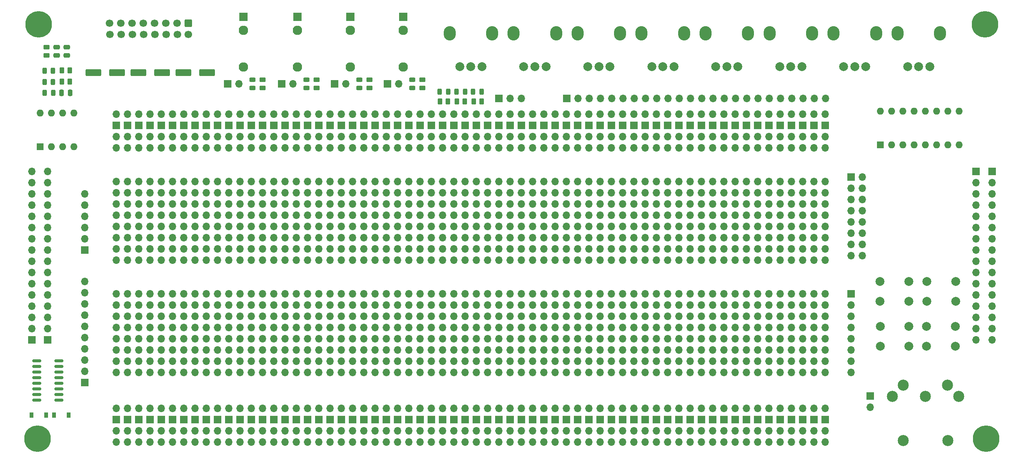
<source format=gbr>
%TF.GenerationSoftware,KiCad,Pcbnew,(6.0.0-0)*%
%TF.CreationDate,2022-11-30T22:17:17-05:00*%
%TF.ProjectId,prototype-board,70726f74-6f74-4797-9065-2d626f617264,rev?*%
%TF.SameCoordinates,Original*%
%TF.FileFunction,Soldermask,Top*%
%TF.FilePolarity,Negative*%
%FSLAX46Y46*%
G04 Gerber Fmt 4.6, Leading zero omitted, Abs format (unit mm)*
G04 Created by KiCad (PCBNEW (6.0.0-0)) date 2022-11-30 22:17:17*
%MOMM*%
%LPD*%
G01*
G04 APERTURE LIST*
G04 Aperture macros list*
%AMRoundRect*
0 Rectangle with rounded corners*
0 $1 Rounding radius*
0 $2 $3 $4 $5 $6 $7 $8 $9 X,Y pos of 4 corners*
0 Add a 4 corners polygon primitive as box body*
4,1,4,$2,$3,$4,$5,$6,$7,$8,$9,$2,$3,0*
0 Add four circle primitives for the rounded corners*
1,1,$1+$1,$2,$3*
1,1,$1+$1,$4,$5*
1,1,$1+$1,$6,$7*
1,1,$1+$1,$8,$9*
0 Add four rect primitives between the rounded corners*
20,1,$1+$1,$2,$3,$4,$5,0*
20,1,$1+$1,$4,$5,$6,$7,0*
20,1,$1+$1,$6,$7,$8,$9,0*
20,1,$1+$1,$8,$9,$2,$3,0*%
G04 Aperture macros list end*
%ADD10C,0.800000*%
%ADD11C,6.000000*%
%ADD12O,2.720000X3.240000*%
%ADD13C,2.000000*%
%ADD14R,1.600000X1.600000*%
%ADD15O,1.600000X1.600000*%
%ADD16R,1.700000X1.700000*%
%ADD17O,1.700000X1.700000*%
%ADD18C,2.499360*%
%ADD19RoundRect,0.243750X0.243750X0.456250X-0.243750X0.456250X-0.243750X-0.456250X0.243750X-0.456250X0*%
%ADD20RoundRect,0.250000X0.262500X0.450000X-0.262500X0.450000X-0.262500X-0.450000X0.262500X-0.450000X0*%
%ADD21R,1.930000X1.830000*%
%ADD22C,2.130000*%
%ADD23RoundRect,0.250000X-0.262500X-0.450000X0.262500X-0.450000X0.262500X0.450000X-0.262500X0.450000X0*%
%ADD24R,0.900000X1.200000*%
%ADD25RoundRect,0.250000X0.450000X-0.262500X0.450000X0.262500X-0.450000X0.262500X-0.450000X-0.262500X0*%
%ADD26RoundRect,0.243750X0.456250X-0.243750X0.456250X0.243750X-0.456250X0.243750X-0.456250X-0.243750X0*%
%ADD27RoundRect,0.150000X0.825000X0.150000X-0.825000X0.150000X-0.825000X-0.150000X0.825000X-0.150000X0*%
%ADD28RoundRect,0.250000X-0.600000X0.600000X-0.600000X-0.600000X0.600000X-0.600000X0.600000X0.600000X0*%
%ADD29C,1.700000*%
%ADD30RoundRect,0.250000X-0.250000X-0.475000X0.250000X-0.475000X0.250000X0.475000X-0.250000X0.475000X0*%
%ADD31RoundRect,0.250000X-1.500000X-0.550000X1.500000X-0.550000X1.500000X0.550000X-1.500000X0.550000X0*%
%ADD32RoundRect,0.250000X0.475000X-0.250000X0.475000X0.250000X-0.475000X0.250000X-0.475000X-0.250000X0*%
G04 APERTURE END LIST*
D10*
%TO.C,H4*%
X41656000Y-43216000D03*
X43246990Y-43875010D03*
X43246990Y-47056990D03*
D11*
X41656000Y-45466000D03*
D10*
X40065010Y-47056990D03*
X41656000Y-47716000D03*
X43906000Y-45466000D03*
X39406000Y-45466000D03*
X40065010Y-43875010D03*
%TD*%
D12*
%TO.C,RV2*%
X158433714Y-47501000D03*
X148833714Y-47501000D03*
D13*
X151133714Y-55001000D03*
X153633714Y-55001000D03*
X156133714Y-55001000D03*
%TD*%
D14*
%TO.C,U3*%
X41920000Y-73142000D03*
D15*
X44460000Y-73142000D03*
X47000000Y-73142000D03*
X49540000Y-73142000D03*
X49540000Y-65522000D03*
X47000000Y-65522000D03*
X44460000Y-65522000D03*
X41920000Y-65522000D03*
%TD*%
D12*
%TO.C,RV5*%
X192158856Y-47501000D03*
X201758856Y-47501000D03*
D13*
X194458856Y-55001000D03*
X196958856Y-55001000D03*
X199458856Y-55001000D03*
%TD*%
D16*
%TO.C,J13*%
X52070000Y-126492000D03*
D17*
X52070000Y-123952000D03*
X52070000Y-121412000D03*
X52070000Y-118872000D03*
X52070000Y-116332000D03*
X52070000Y-113792000D03*
X52070000Y-111252000D03*
X52070000Y-108712000D03*
X52070000Y-106172000D03*
X52070000Y-103632000D03*
%TD*%
D18*
%TO.C,J19*%
X246809260Y-139585700D03*
X236806740Y-139585700D03*
X249306080Y-129590800D03*
X241808000Y-129588260D03*
X234309920Y-129590800D03*
X246804180Y-127088900D03*
X236811820Y-127088900D03*
%TD*%
D16*
%TO.C,J9*%
X160792000Y-62205000D03*
D17*
X163332000Y-62205000D03*
X165872000Y-62205000D03*
X168412000Y-62205000D03*
X170952000Y-62205000D03*
X173492000Y-62205000D03*
X176032000Y-62205000D03*
X178572000Y-62205000D03*
X181112000Y-62205000D03*
X183652000Y-62205000D03*
X186192000Y-62205000D03*
X188732000Y-62205000D03*
X191272000Y-62205000D03*
X193812000Y-62205000D03*
X196352000Y-62205000D03*
X198892000Y-62205000D03*
X201432000Y-62205000D03*
X203972000Y-62205000D03*
X206512000Y-62205000D03*
X209052000Y-62205000D03*
X211592000Y-62205000D03*
X214132000Y-62205000D03*
X216672000Y-62205000D03*
X219212000Y-62205000D03*
%TD*%
D12*
%TO.C,RV7*%
X221042284Y-47501000D03*
X230642284Y-47501000D03*
D13*
X223342284Y-55001000D03*
X225842284Y-55001000D03*
X228342284Y-55001000D03*
%TD*%
D19*
%TO.C,D6*%
X44867000Y-58486000D03*
X42992000Y-58486000D03*
%TD*%
%TO.C,D5*%
X141575000Y-60706000D03*
X139700000Y-60706000D03*
%TD*%
D20*
%TO.C,R7*%
X134008500Y-62913500D03*
X132183500Y-62913500D03*
%TD*%
D21*
%TO.C,J2*%
X100071000Y-43750000D03*
D22*
X100071000Y-46850000D03*
X100071000Y-55150000D03*
%TD*%
D16*
%TO.C,J18*%
X256856000Y-78740000D03*
D17*
X256856000Y-81280000D03*
X256856000Y-83820000D03*
X256856000Y-86360000D03*
X256856000Y-88900000D03*
X256856000Y-91440000D03*
X256856000Y-93980000D03*
X256856000Y-96520000D03*
X256856000Y-99060000D03*
X256856000Y-101600000D03*
X256856000Y-104140000D03*
X256856000Y-106680000D03*
X256856000Y-109220000D03*
X256856000Y-111760000D03*
X256856000Y-114300000D03*
X256856000Y-116840000D03*
%TD*%
D23*
%TO.C,R9*%
X46839500Y-55880000D03*
X48664500Y-55880000D03*
%TD*%
D16*
%TO.C,J12*%
X52070000Y-96520000D03*
D17*
X52070000Y-93980000D03*
X52070000Y-91440000D03*
X52070000Y-88900000D03*
X52070000Y-86360000D03*
X52070000Y-83820000D03*
%TD*%
D23*
%TO.C,R8*%
X46839500Y-58420000D03*
X48664500Y-58420000D03*
%TD*%
D24*
%TO.C,D9*%
X45086000Y-133858000D03*
X48386000Y-133858000D03*
%TD*%
D13*
%TO.C,SW3*%
X242114000Y-103632000D03*
X248614000Y-103632000D03*
X248614000Y-108132000D03*
X242114000Y-108132000D03*
%TD*%
D16*
%TO.C,J10*%
X145542000Y-62230000D03*
D17*
X148082000Y-62230000D03*
X150622000Y-62230000D03*
%TD*%
D19*
%TO.C,D11*%
X137843500Y-60706000D03*
X135968500Y-60706000D03*
%TD*%
D25*
%TO.C,R2*%
X104394000Y-59840500D03*
X104394000Y-58015500D03*
%TD*%
D12*
%TO.C,RV3*%
X172875428Y-47501000D03*
X163275428Y-47501000D03*
D13*
X165575428Y-55001000D03*
X168075428Y-55001000D03*
X170575428Y-55001000D03*
%TD*%
D25*
%TO.C,R10*%
X43434000Y-52474500D03*
X43434000Y-50649500D03*
%TD*%
D26*
%TO.C,D4*%
X125989000Y-59865500D03*
X125989000Y-57990500D03*
%TD*%
D16*
%TO.C,J1*%
X84328000Y-58928000D03*
D17*
X86868000Y-58928000D03*
%TD*%
D16*
%TO.C,J4*%
X96515000Y-58928000D03*
D17*
X99055000Y-58928000D03*
%TD*%
D21*
%TO.C,J5*%
X112014000Y-43750000D03*
D22*
X112014000Y-46850000D03*
X112014000Y-55150000D03*
%TD*%
D10*
%TO.C,H2*%
X256860990Y-47056990D03*
X255270000Y-47716000D03*
X255270000Y-43216000D03*
X253679010Y-47056990D03*
X253679010Y-43875010D03*
X256860990Y-43875010D03*
X257520000Y-45466000D03*
X253020000Y-45466000D03*
D11*
X255270000Y-45466000D03*
%TD*%
D10*
%TO.C,H3*%
X42992990Y-137601010D03*
X39152000Y-139192000D03*
X41402000Y-141442000D03*
X39811010Y-140782990D03*
X42992990Y-140782990D03*
X43652000Y-139192000D03*
X39811010Y-137601010D03*
D11*
X41402000Y-139192000D03*
D10*
X41402000Y-136942000D03*
%TD*%
D12*
%TO.C,RV8*%
X235484000Y-47501000D03*
X245084000Y-47501000D03*
D13*
X237784000Y-55001000D03*
X240284000Y-55001000D03*
X242784000Y-55001000D03*
%TD*%
D12*
%TO.C,RV4*%
X187317142Y-47501000D03*
X177717142Y-47501000D03*
D13*
X180017142Y-55001000D03*
X182517142Y-55001000D03*
X185017142Y-55001000D03*
%TD*%
D27*
%TO.C,U4*%
X46163000Y-130429000D03*
X46163000Y-129159000D03*
X46163000Y-127889000D03*
X46163000Y-126619000D03*
X46163000Y-125349000D03*
X46163000Y-124079000D03*
X46163000Y-122809000D03*
X46163000Y-121539000D03*
X41213000Y-121539000D03*
X41213000Y-122809000D03*
X41213000Y-124079000D03*
X41213000Y-125349000D03*
X41213000Y-126619000D03*
X41213000Y-127889000D03*
X41213000Y-129159000D03*
X41213000Y-130429000D03*
%TD*%
D14*
%TO.C,SW1*%
X231623000Y-72737250D03*
D15*
X234163000Y-72737250D03*
X236703000Y-72737250D03*
X239243000Y-72737250D03*
X241783000Y-72737250D03*
X244323000Y-72737250D03*
X246863000Y-72737250D03*
X249403000Y-72737250D03*
X249403000Y-65117250D03*
X246863000Y-65117250D03*
X244323000Y-65117250D03*
X241783000Y-65117250D03*
X239243000Y-65117250D03*
X236703000Y-65117250D03*
X234163000Y-65117250D03*
X231623000Y-65117250D03*
%TD*%
D16*
%TO.C,J6*%
X108458000Y-58928000D03*
D17*
X110998000Y-58928000D03*
%TD*%
D19*
%TO.C,D7*%
X44867000Y-55946000D03*
X42992000Y-55946000D03*
%TD*%
D16*
%TO.C,J20*%
X229362000Y-129543890D03*
D17*
X229362000Y-132083890D03*
%TD*%
D24*
%TO.C,D10*%
X43306000Y-133858000D03*
X40006000Y-133858000D03*
%TD*%
D26*
%TO.C,D1*%
X89921000Y-59865500D03*
X89921000Y-57990500D03*
%TD*%
D20*
%TO.C,R6*%
X137818500Y-62913500D03*
X135993500Y-62913500D03*
%TD*%
D28*
%TO.C,U1*%
X75438000Y-45224000D03*
D29*
X75438000Y-47764000D03*
X72910000Y-47764000D03*
X72898000Y-45224000D03*
X70358000Y-45224000D03*
X70370000Y-47764000D03*
X67830000Y-47764000D03*
X67818000Y-45224000D03*
X65278000Y-45224000D03*
X65290000Y-47764000D03*
X62750000Y-47764000D03*
X62738000Y-45224000D03*
X60198000Y-45224000D03*
X60210000Y-47764000D03*
X57670000Y-47764000D03*
X57658000Y-45224000D03*
%TD*%
D19*
%TO.C,D12*%
X134033500Y-60706000D03*
X132158500Y-60706000D03*
%TD*%
D12*
%TO.C,RV1*%
X134392000Y-47501000D03*
X143992000Y-47501000D03*
D13*
X136692000Y-55001000D03*
X139192000Y-55001000D03*
X141692000Y-55001000D03*
%TD*%
%TO.C,SW5*%
X242062000Y-113792000D03*
X248562000Y-113792000D03*
X248562000Y-118292000D03*
X242062000Y-118292000D03*
%TD*%
D30*
%TO.C,C1*%
X46802000Y-60960000D03*
X48702000Y-60960000D03*
%TD*%
D31*
%TO.C,C4*%
X64114000Y-56390500D03*
X69514000Y-56390500D03*
%TD*%
D16*
%TO.C,J15*%
X43688000Y-116840000D03*
D17*
X43688000Y-114300000D03*
X43688000Y-111760000D03*
X43688000Y-109220000D03*
X43688000Y-106680000D03*
X43688000Y-104140000D03*
X43688000Y-101600000D03*
X43688000Y-99060000D03*
X43688000Y-96520000D03*
X43688000Y-93980000D03*
X43688000Y-91440000D03*
X43688000Y-88900000D03*
X43688000Y-86360000D03*
X43688000Y-83820000D03*
X43688000Y-81280000D03*
X43688000Y-78740000D03*
%TD*%
D32*
%TO.C,C3*%
X48006000Y-52512000D03*
X48006000Y-50612000D03*
%TD*%
D26*
%TO.C,D2*%
X102108000Y-59865500D03*
X102108000Y-57990500D03*
%TD*%
D25*
%TO.C,R4*%
X128275000Y-59840500D03*
X128275000Y-58015500D03*
%TD*%
D16*
%TO.C,J11*%
X225044000Y-80010000D03*
D17*
X227584000Y-80010000D03*
X225044000Y-82550000D03*
X227584000Y-82550000D03*
X225044000Y-85090000D03*
X227584000Y-85090000D03*
X225044000Y-87630000D03*
X227584000Y-87630000D03*
X225044000Y-90170000D03*
X227584000Y-90170000D03*
X225044000Y-92710000D03*
X227584000Y-92710000D03*
X225044000Y-95250000D03*
X227584000Y-95250000D03*
X225044000Y-97790000D03*
X227584000Y-97790000D03*
%TD*%
D16*
%TO.C,J16*%
X40132000Y-116840000D03*
D17*
X40132000Y-114300000D03*
X40132000Y-111760000D03*
X40132000Y-109220000D03*
X40132000Y-106680000D03*
X40132000Y-104140000D03*
X40132000Y-101600000D03*
X40132000Y-99060000D03*
X40132000Y-96520000D03*
X40132000Y-93980000D03*
X40132000Y-91440000D03*
X40132000Y-88900000D03*
X40132000Y-86360000D03*
X40132000Y-83820000D03*
X40132000Y-81280000D03*
X40132000Y-78740000D03*
%TD*%
D19*
%TO.C,D8*%
X44879500Y-60960000D03*
X43004500Y-60960000D03*
%TD*%
D16*
%TO.C,J21*%
X225044000Y-106426000D03*
D17*
X225044000Y-108966000D03*
X225044000Y-111506000D03*
X225044000Y-114046000D03*
X225044000Y-116586000D03*
X225044000Y-119126000D03*
X225044000Y-121666000D03*
X225044000Y-124206000D03*
%TD*%
D21*
%TO.C,J3*%
X87884000Y-43750000D03*
D22*
X87884000Y-46850000D03*
X87884000Y-55150000D03*
%TD*%
D25*
%TO.C,R1*%
X92207000Y-59840500D03*
X92207000Y-58015500D03*
%TD*%
D20*
%TO.C,R5*%
X141628500Y-62913500D03*
X139803500Y-62913500D03*
%TD*%
D31*
%TO.C,C6*%
X53954000Y-56390500D03*
X59354000Y-56390500D03*
%TD*%
D10*
%TO.C,H1*%
X257114990Y-137601010D03*
X255524000Y-136942000D03*
X255524000Y-141442000D03*
X253933010Y-137601010D03*
X257114990Y-140782990D03*
X253274000Y-139192000D03*
X257774000Y-139192000D03*
X253933010Y-140782990D03*
D11*
X255524000Y-139192000D03*
%TD*%
D16*
%TO.C,J17*%
X253238000Y-78740000D03*
D17*
X253238000Y-81280000D03*
X253238000Y-83820000D03*
X253238000Y-86360000D03*
X253238000Y-88900000D03*
X253238000Y-91440000D03*
X253238000Y-93980000D03*
X253238000Y-96520000D03*
X253238000Y-99060000D03*
X253238000Y-101600000D03*
X253238000Y-104140000D03*
X253238000Y-106680000D03*
X253238000Y-109220000D03*
X253238000Y-111760000D03*
X253238000Y-114300000D03*
X253238000Y-116840000D03*
%TD*%
%TO.C,REF\u002A\u002A*%
X87122000Y-132334000D03*
X137922000Y-132334000D03*
X150622000Y-65786000D03*
X170942000Y-132334000D03*
X117602000Y-132334000D03*
X216662000Y-65786000D03*
X89662000Y-65786000D03*
X178562000Y-132334000D03*
X140462000Y-65786000D03*
X196342000Y-65786000D03*
X127762000Y-65786000D03*
X198882000Y-65786000D03*
X163322000Y-132334000D03*
X193802000Y-65786000D03*
X66802000Y-132334000D03*
X155702000Y-132334000D03*
X59182000Y-132334000D03*
X97282000Y-132334000D03*
X137922000Y-65786000D03*
X160782000Y-132334000D03*
X122682000Y-132334000D03*
X203962000Y-132334000D03*
X206502000Y-132334000D03*
X125222000Y-132334000D03*
X92202000Y-132334000D03*
X87122000Y-65786000D03*
X143002000Y-65786000D03*
X59182000Y-65786000D03*
X69342000Y-132334000D03*
X155702000Y-65786000D03*
X99822000Y-65786000D03*
X173482000Y-65786000D03*
X107442000Y-65786000D03*
X125222000Y-65786000D03*
X153162000Y-65786000D03*
X165862000Y-132334000D03*
X188722000Y-132334000D03*
X104902000Y-132334000D03*
X94742000Y-65786000D03*
X71882000Y-132334000D03*
X145542000Y-132334000D03*
X71882000Y-65786000D03*
X122682000Y-65786000D03*
X112522000Y-65786000D03*
X181102000Y-65786000D03*
X102362000Y-132334000D03*
X209042000Y-132334000D03*
X163322000Y-65786000D03*
X61722000Y-65786000D03*
X150622000Y-132334000D03*
X206502000Y-65786000D03*
X109982000Y-65786000D03*
X193802000Y-132334000D03*
X94742000Y-132334000D03*
X92202000Y-65786000D03*
X120142000Y-132334000D03*
X97282000Y-65786000D03*
X176022000Y-65786000D03*
X109982000Y-132334000D03*
X173482000Y-132334000D03*
X84582000Y-132334000D03*
X135382000Y-65786000D03*
X143002000Y-132334000D03*
X130302000Y-65786000D03*
X211582000Y-65786000D03*
X153162000Y-132334000D03*
X181102000Y-132334000D03*
X115062000Y-132334000D03*
X117602000Y-65786000D03*
X61722000Y-132334000D03*
X203962000Y-65786000D03*
X66802000Y-65786000D03*
X214122000Y-65786000D03*
X69342000Y-65786000D03*
X186182000Y-132334000D03*
X148082000Y-65786000D03*
X160782000Y-65786000D03*
X209042000Y-65786000D03*
X76962000Y-65786000D03*
X158242000Y-132334000D03*
X135382000Y-132334000D03*
X168402000Y-65786000D03*
X112522000Y-132334000D03*
X104902000Y-65786000D03*
X107442000Y-132334000D03*
X76962000Y-132334000D03*
X201422000Y-65786000D03*
X140462000Y-132334000D03*
X132842000Y-132334000D03*
X120142000Y-65786000D03*
X191262000Y-65786000D03*
X148082000Y-132334000D03*
X183642000Y-132334000D03*
X74422000Y-65786000D03*
X79502000Y-132334000D03*
X216662000Y-132334000D03*
X89662000Y-132334000D03*
X132842000Y-65786000D03*
X201422000Y-132334000D03*
X165862000Y-65786000D03*
X211582000Y-132334000D03*
X82042000Y-132334000D03*
X219202000Y-132334000D03*
X158242000Y-65786000D03*
X64262000Y-65786000D03*
X102362000Y-65786000D03*
X186182000Y-65786000D03*
X170942000Y-65786000D03*
X168402000Y-132334000D03*
X196342000Y-132334000D03*
X191262000Y-132334000D03*
X84582000Y-65786000D03*
X74422000Y-132334000D03*
X115062000Y-65786000D03*
X64262000Y-132334000D03*
X176022000Y-132334000D03*
X188722000Y-65786000D03*
X178562000Y-65786000D03*
X145542000Y-65786000D03*
X183642000Y-65786000D03*
X214122000Y-132334000D03*
X130302000Y-132334000D03*
X198882000Y-132334000D03*
X79502000Y-65786000D03*
X99822000Y-132334000D03*
X219202000Y-65786000D03*
X82042000Y-65786000D03*
X127762000Y-132334000D03*
X59182000Y-93726000D03*
X59182000Y-121666000D03*
X59182000Y-83566000D03*
X59182000Y-98806000D03*
X59182000Y-81026000D03*
X59182000Y-91186000D03*
X59182000Y-88646000D03*
X59182000Y-119126000D03*
X59182000Y-124206000D03*
X59182000Y-108966000D03*
X59182000Y-106426000D03*
X59182000Y-111506000D03*
X59182000Y-114046000D03*
X59182000Y-96266000D03*
X59182000Y-86106000D03*
X59182000Y-116586000D03*
X61722000Y-93726000D03*
X61722000Y-83566000D03*
X61722000Y-88646000D03*
X61722000Y-116586000D03*
X61722000Y-81026000D03*
X61722000Y-86106000D03*
X61722000Y-91186000D03*
X61722000Y-119126000D03*
X61722000Y-106426000D03*
X61722000Y-111506000D03*
X61722000Y-96266000D03*
X61722000Y-114046000D03*
X61722000Y-124206000D03*
X61722000Y-121666000D03*
X61722000Y-108966000D03*
X61722000Y-98806000D03*
X64262000Y-81026000D03*
X64262000Y-86106000D03*
X64262000Y-116586000D03*
X64262000Y-83566000D03*
X64262000Y-114046000D03*
X64262000Y-93726000D03*
X64262000Y-108966000D03*
X64262000Y-119126000D03*
X64262000Y-121666000D03*
X64262000Y-88646000D03*
X64262000Y-96266000D03*
X64262000Y-98806000D03*
X64262000Y-111506000D03*
X64262000Y-124206000D03*
X64262000Y-106426000D03*
X64262000Y-91186000D03*
X66802000Y-124206000D03*
X66802000Y-119126000D03*
X66802000Y-93726000D03*
X66802000Y-111506000D03*
X66802000Y-108966000D03*
X66802000Y-83566000D03*
X66802000Y-114046000D03*
X66802000Y-91186000D03*
X66802000Y-81026000D03*
X66802000Y-106426000D03*
X66802000Y-98806000D03*
X66802000Y-121666000D03*
X66802000Y-86106000D03*
X66802000Y-88646000D03*
X66802000Y-96266000D03*
X66802000Y-116586000D03*
X69342000Y-96266000D03*
X69342000Y-81026000D03*
X69342000Y-124206000D03*
X69342000Y-116586000D03*
X69342000Y-91186000D03*
X69342000Y-93726000D03*
X69342000Y-106426000D03*
X69342000Y-108966000D03*
X69342000Y-121666000D03*
X69342000Y-98806000D03*
X69342000Y-88646000D03*
X69342000Y-111506000D03*
X69342000Y-83566000D03*
X69342000Y-86106000D03*
X69342000Y-114046000D03*
X69342000Y-119126000D03*
X165862000Y-139954000D03*
X74422000Y-73406000D03*
X170942000Y-73406000D03*
X61722000Y-139954000D03*
X66802000Y-73406000D03*
X71882000Y-73406000D03*
X219202000Y-73406000D03*
X112522000Y-73406000D03*
X214122000Y-139954000D03*
X127762000Y-73406000D03*
X59182000Y-73406000D03*
X99822000Y-73406000D03*
X112522000Y-139954000D03*
X107442000Y-139954000D03*
X104902000Y-73406000D03*
X104902000Y-139954000D03*
X66802000Y-139954000D03*
X64262000Y-139954000D03*
X173482000Y-73406000D03*
X99822000Y-139954000D03*
X214122000Y-73406000D03*
X168402000Y-139954000D03*
X196342000Y-139954000D03*
X127762000Y-139954000D03*
X193802000Y-139954000D03*
X132842000Y-139954000D03*
X92202000Y-73406000D03*
X155702000Y-139954000D03*
X74422000Y-139954000D03*
X122682000Y-139954000D03*
X94742000Y-139954000D03*
X188722000Y-139954000D03*
X102362000Y-73406000D03*
X203962000Y-139954000D03*
X173482000Y-139954000D03*
X183642000Y-73406000D03*
X135382000Y-73406000D03*
X158242000Y-139954000D03*
X209042000Y-139954000D03*
X140462000Y-73406000D03*
X143002000Y-73406000D03*
X130302000Y-139954000D03*
X206502000Y-139954000D03*
X107442000Y-73406000D03*
X145542000Y-73406000D03*
X82042000Y-73406000D03*
X163322000Y-139954000D03*
X79502000Y-139954000D03*
X201422000Y-139954000D03*
X120142000Y-73406000D03*
X109982000Y-73406000D03*
X145542000Y-139954000D03*
X125222000Y-73406000D03*
X158242000Y-73406000D03*
X219202000Y-139954000D03*
X115062000Y-73406000D03*
X69342000Y-73406000D03*
X120142000Y-139954000D03*
X211582000Y-139954000D03*
X178562000Y-139954000D03*
X137922000Y-73406000D03*
X211582000Y-73406000D03*
X76962000Y-73406000D03*
X191262000Y-139954000D03*
X183642000Y-139954000D03*
X186182000Y-139954000D03*
X181102000Y-139954000D03*
X117602000Y-139954000D03*
X115062000Y-139954000D03*
X97282000Y-139954000D03*
X122682000Y-73406000D03*
X89662000Y-73406000D03*
X176022000Y-139954000D03*
X69342000Y-139954000D03*
X84582000Y-139954000D03*
X168402000Y-73406000D03*
X150622000Y-139954000D03*
X148082000Y-73406000D03*
X137922000Y-139954000D03*
X155702000Y-73406000D03*
X135382000Y-139954000D03*
X125222000Y-139954000D03*
X150622000Y-73406000D03*
X71882000Y-139954000D03*
X64262000Y-73406000D03*
X163322000Y-73406000D03*
X59182000Y-139954000D03*
X82042000Y-139954000D03*
X130302000Y-73406000D03*
X89662000Y-139954000D03*
X160782000Y-73406000D03*
X109982000Y-139954000D03*
X76962000Y-139954000D03*
X203962000Y-73406000D03*
X148082000Y-139954000D03*
X216662000Y-139954000D03*
X140462000Y-139954000D03*
X153162000Y-139954000D03*
X216662000Y-73406000D03*
X87122000Y-139954000D03*
X170942000Y-139954000D03*
X84582000Y-73406000D03*
X181102000Y-73406000D03*
X153162000Y-73406000D03*
X186182000Y-73406000D03*
X61722000Y-73406000D03*
X79502000Y-73406000D03*
X198882000Y-73406000D03*
X206502000Y-73406000D03*
X92202000Y-139954000D03*
X191262000Y-73406000D03*
X176022000Y-73406000D03*
X102362000Y-139954000D03*
X188722000Y-73406000D03*
X87122000Y-73406000D03*
X178562000Y-73406000D03*
X97282000Y-73406000D03*
X198882000Y-139954000D03*
X143002000Y-139954000D03*
X160782000Y-139954000D03*
X209042000Y-73406000D03*
X193802000Y-73406000D03*
X94742000Y-73406000D03*
X165862000Y-73406000D03*
X196342000Y-73406000D03*
X117602000Y-73406000D03*
X132842000Y-73406000D03*
X201422000Y-73406000D03*
X71882000Y-96266000D03*
X71882000Y-106426000D03*
X71882000Y-111506000D03*
X71882000Y-83566000D03*
X71882000Y-114046000D03*
X71882000Y-93726000D03*
X71882000Y-121666000D03*
X71882000Y-91186000D03*
X71882000Y-119126000D03*
X71882000Y-86106000D03*
X71882000Y-108966000D03*
X71882000Y-88646000D03*
X71882000Y-116586000D03*
X71882000Y-81026000D03*
X71882000Y-124206000D03*
X71882000Y-98806000D03*
X74422000Y-124206000D03*
X74422000Y-108966000D03*
X74422000Y-93726000D03*
X74422000Y-83566000D03*
X74422000Y-98806000D03*
X74422000Y-119126000D03*
X74422000Y-91186000D03*
X74422000Y-81026000D03*
X74422000Y-86106000D03*
X74422000Y-111506000D03*
X74422000Y-88646000D03*
X74422000Y-114046000D03*
X74422000Y-96266000D03*
X74422000Y-116586000D03*
X74422000Y-121666000D03*
X74422000Y-106426000D03*
X76962000Y-93726000D03*
X76962000Y-86106000D03*
X76962000Y-108966000D03*
X76962000Y-106426000D03*
X76962000Y-121666000D03*
X76962000Y-124206000D03*
X76962000Y-114046000D03*
X76962000Y-98806000D03*
X76962000Y-81026000D03*
X76962000Y-96266000D03*
X76962000Y-116586000D03*
X76962000Y-83566000D03*
X76962000Y-111506000D03*
X76962000Y-119126000D03*
X76962000Y-88646000D03*
X76962000Y-91186000D03*
X79502000Y-114046000D03*
X79502000Y-116586000D03*
X79502000Y-91186000D03*
X79502000Y-98806000D03*
X79502000Y-86106000D03*
X79502000Y-111506000D03*
X79502000Y-81026000D03*
X79502000Y-108966000D03*
X79502000Y-83566000D03*
X79502000Y-88646000D03*
X79502000Y-119126000D03*
X79502000Y-121666000D03*
X79502000Y-93726000D03*
X79502000Y-124206000D03*
X79502000Y-106426000D03*
X79502000Y-96266000D03*
X82042000Y-106426000D03*
X82042000Y-88646000D03*
X82042000Y-119126000D03*
X82042000Y-81026000D03*
X82042000Y-124206000D03*
X82042000Y-114046000D03*
X82042000Y-111506000D03*
X82042000Y-98806000D03*
X82042000Y-83566000D03*
X82042000Y-93726000D03*
X82042000Y-108966000D03*
X82042000Y-96266000D03*
X82042000Y-121666000D03*
X82042000Y-91186000D03*
X82042000Y-86106000D03*
X82042000Y-116586000D03*
X84582000Y-111506000D03*
X84582000Y-88646000D03*
X84582000Y-81026000D03*
X84582000Y-98806000D03*
X84582000Y-121666000D03*
X84582000Y-86106000D03*
X84582000Y-106426000D03*
X84582000Y-119126000D03*
X84582000Y-93726000D03*
X84582000Y-83566000D03*
X84582000Y-124206000D03*
X84582000Y-116586000D03*
X84582000Y-114046000D03*
X84582000Y-96266000D03*
X84582000Y-91186000D03*
X84582000Y-108966000D03*
X87122000Y-96266000D03*
X87122000Y-91186000D03*
X87122000Y-83566000D03*
X87122000Y-98806000D03*
X87122000Y-106426000D03*
X87122000Y-116586000D03*
X87122000Y-108966000D03*
X87122000Y-81026000D03*
X87122000Y-111506000D03*
X87122000Y-86106000D03*
X87122000Y-114046000D03*
X87122000Y-119126000D03*
X87122000Y-121666000D03*
X87122000Y-124206000D03*
X87122000Y-88646000D03*
X87122000Y-93726000D03*
X211582000Y-137414000D03*
X64262000Y-137414000D03*
X117602000Y-137414000D03*
X109982000Y-70866000D03*
X104902000Y-70866000D03*
X107442000Y-137414000D03*
X99822000Y-70866000D03*
X214122000Y-70866000D03*
X117602000Y-70866000D03*
X186182000Y-137414000D03*
X170942000Y-70866000D03*
X115062000Y-137414000D03*
X94742000Y-137414000D03*
X143002000Y-70866000D03*
X127762000Y-137414000D03*
X181102000Y-70866000D03*
X137922000Y-70866000D03*
X188722000Y-70866000D03*
X92202000Y-137414000D03*
X150622000Y-137414000D03*
X153162000Y-70866000D03*
X59182000Y-70866000D03*
X168402000Y-70866000D03*
X69342000Y-70866000D03*
X102362000Y-137414000D03*
X181102000Y-137414000D03*
X163322000Y-70866000D03*
X120142000Y-137414000D03*
X79502000Y-70866000D03*
X160782000Y-70866000D03*
X122682000Y-137414000D03*
X191262000Y-70866000D03*
X71882000Y-137414000D03*
X92202000Y-70866000D03*
X193802000Y-137414000D03*
X155702000Y-137414000D03*
X183642000Y-137414000D03*
X153162000Y-137414000D03*
X97282000Y-137414000D03*
X112522000Y-70866000D03*
X66802000Y-137414000D03*
X82042000Y-70866000D03*
X74422000Y-70866000D03*
X61722000Y-137414000D03*
X143002000Y-137414000D03*
X87122000Y-137414000D03*
X87122000Y-70866000D03*
X203962000Y-137414000D03*
X115062000Y-70866000D03*
X112522000Y-137414000D03*
X84582000Y-70866000D03*
X219202000Y-70866000D03*
X206502000Y-70866000D03*
X94742000Y-70866000D03*
X122682000Y-70866000D03*
X188722000Y-137414000D03*
X120142000Y-70866000D03*
X125222000Y-70866000D03*
X173482000Y-70866000D03*
X201422000Y-137414000D03*
X104902000Y-137414000D03*
X201422000Y-70866000D03*
X196342000Y-137414000D03*
X219202000Y-137414000D03*
X216662000Y-137414000D03*
X198882000Y-70866000D03*
X148082000Y-137414000D03*
X135382000Y-70866000D03*
X211582000Y-70866000D03*
X102362000Y-70866000D03*
X214122000Y-137414000D03*
X130302000Y-137414000D03*
X183642000Y-70866000D03*
X209042000Y-70866000D03*
X97282000Y-70866000D03*
X150622000Y-70866000D03*
X163322000Y-137414000D03*
X64262000Y-70866000D03*
X89662000Y-70866000D03*
X176022000Y-70866000D03*
X145542000Y-70866000D03*
X109982000Y-137414000D03*
X203962000Y-70866000D03*
X165862000Y-70866000D03*
X206502000Y-137414000D03*
X155702000Y-70866000D03*
X170942000Y-137414000D03*
X196342000Y-70866000D03*
X193802000Y-70866000D03*
X127762000Y-70866000D03*
X84582000Y-137414000D03*
X216662000Y-70866000D03*
X132842000Y-70866000D03*
X176022000Y-137414000D03*
X82042000Y-137414000D03*
X209042000Y-137414000D03*
X168402000Y-137414000D03*
X186182000Y-70866000D03*
X137922000Y-137414000D03*
X125222000Y-137414000D03*
X59182000Y-137414000D03*
X107442000Y-70866000D03*
X160782000Y-137414000D03*
X178562000Y-137414000D03*
X130302000Y-70866000D03*
X71882000Y-70866000D03*
X69342000Y-137414000D03*
X178562000Y-70866000D03*
X140462000Y-137414000D03*
X61722000Y-70866000D03*
X158242000Y-137414000D03*
X173482000Y-137414000D03*
X89662000Y-137414000D03*
X132842000Y-137414000D03*
X99822000Y-137414000D03*
X165862000Y-137414000D03*
X145542000Y-137414000D03*
X140462000Y-70866000D03*
X74422000Y-137414000D03*
X76962000Y-70866000D03*
X198882000Y-137414000D03*
X79502000Y-137414000D03*
X148082000Y-70866000D03*
X135382000Y-137414000D03*
X66802000Y-70866000D03*
X76962000Y-137414000D03*
X191262000Y-137414000D03*
X158242000Y-70866000D03*
X89662000Y-91186000D03*
X89662000Y-124206000D03*
X89662000Y-81026000D03*
X89662000Y-86106000D03*
X89662000Y-83566000D03*
X89662000Y-93726000D03*
X89662000Y-106426000D03*
X89662000Y-111506000D03*
X89662000Y-108966000D03*
X89662000Y-88646000D03*
X89662000Y-119126000D03*
X89662000Y-96266000D03*
X89662000Y-98806000D03*
X89662000Y-116586000D03*
X89662000Y-114046000D03*
X89662000Y-121666000D03*
X92202000Y-83566000D03*
X92202000Y-124206000D03*
X92202000Y-111506000D03*
X92202000Y-96266000D03*
X92202000Y-116586000D03*
X92202000Y-93726000D03*
X92202000Y-86106000D03*
X92202000Y-81026000D03*
X92202000Y-98806000D03*
X92202000Y-88646000D03*
X92202000Y-119126000D03*
X92202000Y-114046000D03*
X92202000Y-91186000D03*
X92202000Y-106426000D03*
X92202000Y-121666000D03*
X92202000Y-108966000D03*
X94742000Y-91186000D03*
X94742000Y-81026000D03*
X94742000Y-108966000D03*
X94742000Y-106426000D03*
X94742000Y-88646000D03*
X94742000Y-114046000D03*
X94742000Y-124206000D03*
X94742000Y-111506000D03*
X94742000Y-121666000D03*
X94742000Y-116586000D03*
X94742000Y-86106000D03*
X94742000Y-119126000D03*
X94742000Y-98806000D03*
X94742000Y-96266000D03*
X94742000Y-93726000D03*
X94742000Y-83566000D03*
X97282000Y-93726000D03*
X97282000Y-96266000D03*
X97282000Y-88646000D03*
X97282000Y-91186000D03*
X97282000Y-121666000D03*
X97282000Y-111506000D03*
X97282000Y-119126000D03*
X97282000Y-124206000D03*
X97282000Y-83566000D03*
X97282000Y-86106000D03*
X97282000Y-106426000D03*
X97282000Y-108966000D03*
X97282000Y-98806000D03*
X97282000Y-116586000D03*
X97282000Y-81026000D03*
X97282000Y-114046000D03*
X99822000Y-93726000D03*
X99822000Y-98806000D03*
X99822000Y-96266000D03*
X99822000Y-121666000D03*
X99822000Y-86106000D03*
X99822000Y-124206000D03*
X99822000Y-81026000D03*
X99822000Y-83566000D03*
X99822000Y-111506000D03*
X99822000Y-116586000D03*
X99822000Y-114046000D03*
X99822000Y-108966000D03*
X99822000Y-106426000D03*
X99822000Y-119126000D03*
X99822000Y-91186000D03*
X99822000Y-88646000D03*
X102362000Y-111506000D03*
X102362000Y-98806000D03*
X102362000Y-83566000D03*
X102362000Y-119126000D03*
X102362000Y-121666000D03*
X102362000Y-93726000D03*
X102362000Y-91186000D03*
X102362000Y-86106000D03*
X102362000Y-106426000D03*
X102362000Y-88646000D03*
X102362000Y-116586000D03*
X102362000Y-114046000D03*
X102362000Y-108966000D03*
X102362000Y-96266000D03*
X102362000Y-124206000D03*
X102362000Y-81026000D03*
X104902000Y-83566000D03*
X104902000Y-91186000D03*
X104902000Y-111506000D03*
X104902000Y-124206000D03*
X104902000Y-86106000D03*
X104902000Y-96266000D03*
X104902000Y-98806000D03*
X104902000Y-114046000D03*
X104902000Y-108966000D03*
X104902000Y-119126000D03*
X104902000Y-81026000D03*
X104902000Y-116586000D03*
X104902000Y-106426000D03*
X104902000Y-93726000D03*
X104902000Y-121666000D03*
X104902000Y-88646000D03*
X107442000Y-98806000D03*
X107442000Y-81026000D03*
X107442000Y-111506000D03*
X107442000Y-106426000D03*
X107442000Y-86106000D03*
X107442000Y-88646000D03*
X107442000Y-119126000D03*
X107442000Y-108966000D03*
X107442000Y-93726000D03*
X107442000Y-91186000D03*
X107442000Y-121666000D03*
X107442000Y-124206000D03*
X107442000Y-116586000D03*
X107442000Y-114046000D03*
X107442000Y-83566000D03*
X107442000Y-96266000D03*
X109982000Y-106426000D03*
X109982000Y-119126000D03*
X109982000Y-111506000D03*
X109982000Y-121666000D03*
X109982000Y-124206000D03*
X109982000Y-96266000D03*
X109982000Y-108966000D03*
X109982000Y-98806000D03*
X109982000Y-81026000D03*
X109982000Y-88646000D03*
X109982000Y-83566000D03*
X109982000Y-114046000D03*
X109982000Y-91186000D03*
X109982000Y-93726000D03*
X109982000Y-86106000D03*
X109982000Y-116586000D03*
X112522000Y-93726000D03*
X112522000Y-96266000D03*
X112522000Y-98806000D03*
X112522000Y-121666000D03*
X112522000Y-111506000D03*
X112522000Y-124206000D03*
X112522000Y-116586000D03*
X112522000Y-91186000D03*
X112522000Y-86106000D03*
X112522000Y-114046000D03*
X112522000Y-81026000D03*
X112522000Y-108966000D03*
X112522000Y-88646000D03*
X112522000Y-119126000D03*
X112522000Y-83566000D03*
X112522000Y-106426000D03*
X115062000Y-98806000D03*
X115062000Y-83566000D03*
X115062000Y-119126000D03*
X115062000Y-81026000D03*
X115062000Y-111506000D03*
X115062000Y-108966000D03*
X115062000Y-114046000D03*
X115062000Y-96266000D03*
X115062000Y-93726000D03*
X115062000Y-121666000D03*
X115062000Y-116586000D03*
X115062000Y-91186000D03*
X115062000Y-88646000D03*
X115062000Y-106426000D03*
X115062000Y-86106000D03*
X115062000Y-124206000D03*
X117602000Y-121666000D03*
X117602000Y-88646000D03*
X117602000Y-83566000D03*
X117602000Y-96266000D03*
X117602000Y-86106000D03*
X117602000Y-98806000D03*
X117602000Y-124206000D03*
X117602000Y-81026000D03*
X117602000Y-119126000D03*
X117602000Y-111506000D03*
X117602000Y-106426000D03*
X117602000Y-91186000D03*
X117602000Y-116586000D03*
X117602000Y-93726000D03*
X117602000Y-114046000D03*
X117602000Y-108966000D03*
X120142000Y-98806000D03*
X120142000Y-91186000D03*
X120142000Y-121666000D03*
X120142000Y-106426000D03*
X120142000Y-93726000D03*
X120142000Y-111506000D03*
X120142000Y-88646000D03*
X120142000Y-83566000D03*
X120142000Y-81026000D03*
X120142000Y-108966000D03*
X120142000Y-96266000D03*
X120142000Y-116586000D03*
X120142000Y-124206000D03*
X120142000Y-119126000D03*
X120142000Y-86106000D03*
X120142000Y-114046000D03*
X122682000Y-114046000D03*
X122682000Y-116586000D03*
X122682000Y-96266000D03*
X122682000Y-88646000D03*
X122682000Y-119126000D03*
X122682000Y-121666000D03*
X122682000Y-91186000D03*
X122682000Y-93726000D03*
X122682000Y-124206000D03*
X122682000Y-83566000D03*
X122682000Y-98806000D03*
X122682000Y-106426000D03*
X122682000Y-111506000D03*
X122682000Y-108966000D03*
X122682000Y-81026000D03*
X122682000Y-86106000D03*
X125222000Y-108966000D03*
X125222000Y-124206000D03*
X125222000Y-93726000D03*
X125222000Y-106426000D03*
X125222000Y-98806000D03*
X125222000Y-121666000D03*
X125222000Y-91186000D03*
X125222000Y-88646000D03*
X125222000Y-86106000D03*
X125222000Y-116586000D03*
X125222000Y-83566000D03*
X125222000Y-114046000D03*
X125222000Y-111506000D03*
X125222000Y-119126000D03*
X125222000Y-96266000D03*
X125222000Y-81026000D03*
X127762000Y-119126000D03*
X127762000Y-83566000D03*
X127762000Y-93726000D03*
X127762000Y-108966000D03*
X127762000Y-111506000D03*
X127762000Y-124206000D03*
X127762000Y-116586000D03*
X127762000Y-98806000D03*
X127762000Y-88646000D03*
X127762000Y-96266000D03*
X127762000Y-121666000D03*
X127762000Y-114046000D03*
X127762000Y-106426000D03*
X127762000Y-81026000D03*
X127762000Y-86106000D03*
X127762000Y-91186000D03*
X130302000Y-91186000D03*
X130302000Y-119126000D03*
X130302000Y-93726000D03*
X130302000Y-81026000D03*
X130302000Y-98806000D03*
X130302000Y-111506000D03*
X130302000Y-114046000D03*
X130302000Y-121666000D03*
X130302000Y-86106000D03*
X130302000Y-108966000D03*
X130302000Y-116586000D03*
X130302000Y-96266000D03*
X130302000Y-88646000D03*
X130302000Y-124206000D03*
X130302000Y-106426000D03*
X130302000Y-83566000D03*
X132842000Y-114046000D03*
X132842000Y-96266000D03*
X132842000Y-124206000D03*
X132842000Y-88646000D03*
X132842000Y-121666000D03*
X132842000Y-108966000D03*
X132842000Y-91186000D03*
X132842000Y-119126000D03*
X132842000Y-81026000D03*
X132842000Y-83566000D03*
X132842000Y-86106000D03*
X132842000Y-98806000D03*
X132842000Y-111506000D03*
X132842000Y-116586000D03*
X132842000Y-106426000D03*
X132842000Y-93726000D03*
X135382000Y-111506000D03*
X135382000Y-88646000D03*
X135382000Y-83566000D03*
X135382000Y-121666000D03*
X135382000Y-106426000D03*
X135382000Y-91186000D03*
X135382000Y-98806000D03*
X135382000Y-86106000D03*
X135382000Y-116586000D03*
X135382000Y-119126000D03*
X135382000Y-108966000D03*
X135382000Y-114046000D03*
X135382000Y-124206000D03*
X135382000Y-81026000D03*
X135382000Y-93726000D03*
X135382000Y-96266000D03*
X137922000Y-81026000D03*
X137922000Y-93726000D03*
X137922000Y-119126000D03*
X137922000Y-114046000D03*
X137922000Y-88646000D03*
X137922000Y-96266000D03*
X137922000Y-116586000D03*
X137922000Y-98806000D03*
X137922000Y-111506000D03*
X137922000Y-121666000D03*
X137922000Y-91186000D03*
X137922000Y-124206000D03*
X137922000Y-83566000D03*
X137922000Y-108966000D03*
X137922000Y-86106000D03*
X137922000Y-106426000D03*
X140462000Y-81026000D03*
X140462000Y-96266000D03*
X140462000Y-114046000D03*
X140462000Y-121666000D03*
X140462000Y-86106000D03*
X140462000Y-88646000D03*
X140462000Y-108966000D03*
X140462000Y-119126000D03*
X140462000Y-93726000D03*
X140462000Y-98806000D03*
X140462000Y-124206000D03*
X140462000Y-116586000D03*
X140462000Y-91186000D03*
X140462000Y-106426000D03*
X140462000Y-111506000D03*
X140462000Y-83566000D03*
X143002000Y-121666000D03*
X143002000Y-111506000D03*
X143002000Y-86106000D03*
X143002000Y-83566000D03*
X143002000Y-93726000D03*
X143002000Y-119126000D03*
X143002000Y-96266000D03*
X143002000Y-116586000D03*
X143002000Y-114046000D03*
X143002000Y-124206000D03*
X143002000Y-108966000D03*
X143002000Y-91186000D03*
X143002000Y-88646000D03*
X143002000Y-98806000D03*
X143002000Y-106426000D03*
X143002000Y-81026000D03*
X145542000Y-91186000D03*
X145542000Y-88646000D03*
X145542000Y-121666000D03*
X145542000Y-119126000D03*
X145542000Y-106426000D03*
X145542000Y-83566000D03*
X145542000Y-86106000D03*
X145542000Y-96266000D03*
X145542000Y-93726000D03*
X145542000Y-124206000D03*
X145542000Y-116586000D03*
X145542000Y-98806000D03*
X145542000Y-81026000D03*
X145542000Y-111506000D03*
X145542000Y-114046000D03*
X145542000Y-108966000D03*
X148082000Y-86106000D03*
X148082000Y-121666000D03*
X148082000Y-81026000D03*
X148082000Y-91186000D03*
X148082000Y-96266000D03*
X148082000Y-98806000D03*
X148082000Y-116586000D03*
X148082000Y-83566000D03*
X148082000Y-88646000D03*
X148082000Y-106426000D03*
X148082000Y-124206000D03*
X148082000Y-93726000D03*
X148082000Y-114046000D03*
X148082000Y-108966000D03*
X148082000Y-111506000D03*
X148082000Y-119126000D03*
X150622000Y-111506000D03*
X150622000Y-114046000D03*
X150622000Y-83566000D03*
X150622000Y-81026000D03*
X150622000Y-91186000D03*
X150622000Y-88646000D03*
X150622000Y-96266000D03*
X150622000Y-121666000D03*
X150622000Y-106426000D03*
X150622000Y-119126000D03*
X150622000Y-124206000D03*
X150622000Y-93726000D03*
X150622000Y-116586000D03*
X150622000Y-86106000D03*
X150622000Y-108966000D03*
X150622000Y-98806000D03*
X153162000Y-83566000D03*
X153162000Y-91186000D03*
X153162000Y-88646000D03*
X153162000Y-114046000D03*
X153162000Y-98806000D03*
X153162000Y-119126000D03*
X153162000Y-111506000D03*
X153162000Y-108966000D03*
X153162000Y-93726000D03*
X153162000Y-86106000D03*
X153162000Y-81026000D03*
X153162000Y-121666000D03*
X153162000Y-116586000D03*
X153162000Y-96266000D03*
X153162000Y-106426000D03*
X153162000Y-124206000D03*
X155702000Y-124206000D03*
X155702000Y-81026000D03*
X155702000Y-111506000D03*
X155702000Y-88646000D03*
X155702000Y-106426000D03*
X155702000Y-108966000D03*
X155702000Y-96266000D03*
X155702000Y-114046000D03*
X155702000Y-98806000D03*
X155702000Y-93726000D03*
X155702000Y-119126000D03*
X155702000Y-116586000D03*
X155702000Y-91186000D03*
X155702000Y-86106000D03*
X155702000Y-83566000D03*
X155702000Y-121666000D03*
X158242000Y-81026000D03*
X158242000Y-124206000D03*
X158242000Y-114046000D03*
X158242000Y-106426000D03*
X158242000Y-108966000D03*
X158242000Y-98806000D03*
X158242000Y-86106000D03*
X158242000Y-88646000D03*
X158242000Y-96266000D03*
X158242000Y-121666000D03*
X158242000Y-83566000D03*
X158242000Y-91186000D03*
X158242000Y-119126000D03*
X158242000Y-116586000D03*
X158242000Y-111506000D03*
X158242000Y-93726000D03*
X160782000Y-81026000D03*
X160782000Y-88646000D03*
X160782000Y-114046000D03*
X160782000Y-119126000D03*
X160782000Y-86106000D03*
X160782000Y-121666000D03*
X160782000Y-111506000D03*
X160782000Y-83566000D03*
X160782000Y-98806000D03*
X160782000Y-96266000D03*
X160782000Y-124206000D03*
X160782000Y-108966000D03*
X160782000Y-106426000D03*
X160782000Y-93726000D03*
X160782000Y-91186000D03*
X160782000Y-116586000D03*
X163322000Y-91186000D03*
X163322000Y-81026000D03*
X163322000Y-121666000D03*
X163322000Y-124206000D03*
X163322000Y-88646000D03*
X163322000Y-114046000D03*
X163322000Y-98806000D03*
X163322000Y-96266000D03*
X163322000Y-93726000D03*
X163322000Y-83566000D03*
X163322000Y-108966000D03*
X163322000Y-86106000D03*
X163322000Y-119126000D03*
X163322000Y-116586000D03*
X163322000Y-111506000D03*
X163322000Y-106426000D03*
X165862000Y-114046000D03*
X165862000Y-111506000D03*
X165862000Y-116586000D03*
X165862000Y-91186000D03*
X165862000Y-93726000D03*
X165862000Y-108966000D03*
X165862000Y-119126000D03*
X165862000Y-83566000D03*
X165862000Y-88646000D03*
X165862000Y-86106000D03*
X165862000Y-121666000D03*
X165862000Y-106426000D03*
X165862000Y-96266000D03*
X165862000Y-98806000D03*
X165862000Y-124206000D03*
X165862000Y-81026000D03*
X168402000Y-98806000D03*
X168402000Y-86106000D03*
X168402000Y-91186000D03*
X168402000Y-106426000D03*
X168402000Y-114046000D03*
X168402000Y-111506000D03*
X168402000Y-81026000D03*
X168402000Y-96266000D03*
X168402000Y-124206000D03*
X168402000Y-88646000D03*
X168402000Y-108966000D03*
X168402000Y-119126000D03*
X168402000Y-93726000D03*
X168402000Y-83566000D03*
X168402000Y-121666000D03*
X168402000Y-116586000D03*
X170942000Y-106426000D03*
X170942000Y-96266000D03*
X170942000Y-86106000D03*
X170942000Y-124206000D03*
X170942000Y-114046000D03*
X170942000Y-116586000D03*
X170942000Y-119126000D03*
X170942000Y-93726000D03*
X170942000Y-121666000D03*
X170942000Y-88646000D03*
X170942000Y-111506000D03*
X170942000Y-91186000D03*
X170942000Y-83566000D03*
X170942000Y-108966000D03*
X170942000Y-81026000D03*
X170942000Y-98806000D03*
X173482000Y-116586000D03*
X173482000Y-81026000D03*
X173482000Y-106426000D03*
X173482000Y-96266000D03*
X173482000Y-111506000D03*
X173482000Y-83566000D03*
X173482000Y-91186000D03*
X173482000Y-108966000D03*
X173482000Y-119126000D03*
X173482000Y-124206000D03*
X173482000Y-114046000D03*
X173482000Y-86106000D03*
X173482000Y-121666000D03*
X173482000Y-98806000D03*
X173482000Y-88646000D03*
X173482000Y-93726000D03*
X176022000Y-108966000D03*
X176022000Y-96266000D03*
X176022000Y-81026000D03*
X176022000Y-116586000D03*
X176022000Y-86106000D03*
X176022000Y-114046000D03*
X176022000Y-88646000D03*
X176022000Y-121666000D03*
X176022000Y-93726000D03*
X176022000Y-124206000D03*
X176022000Y-119126000D03*
X176022000Y-106426000D03*
X176022000Y-98806000D03*
X176022000Y-111506000D03*
X176022000Y-83566000D03*
X176022000Y-91186000D03*
X178562000Y-108966000D03*
X178562000Y-91186000D03*
X178562000Y-121666000D03*
X178562000Y-96266000D03*
X178562000Y-88646000D03*
X178562000Y-81026000D03*
X178562000Y-83566000D03*
X178562000Y-114046000D03*
X178562000Y-124206000D03*
X178562000Y-106426000D03*
X178562000Y-116586000D03*
X178562000Y-86106000D03*
X178562000Y-119126000D03*
X178562000Y-98806000D03*
X178562000Y-93726000D03*
X178562000Y-111506000D03*
X181102000Y-88646000D03*
X181102000Y-116586000D03*
X181102000Y-93726000D03*
X181102000Y-81026000D03*
X181102000Y-106426000D03*
X181102000Y-124206000D03*
X181102000Y-86106000D03*
X181102000Y-114046000D03*
X181102000Y-108966000D03*
X181102000Y-111506000D03*
X181102000Y-98806000D03*
X181102000Y-121666000D03*
X181102000Y-83566000D03*
X181102000Y-96266000D03*
X181102000Y-91186000D03*
X181102000Y-119126000D03*
X183642000Y-106426000D03*
X183642000Y-81026000D03*
X183642000Y-119126000D03*
X183642000Y-86106000D03*
X183642000Y-88646000D03*
X183642000Y-124206000D03*
X183642000Y-114046000D03*
X183642000Y-111506000D03*
X183642000Y-91186000D03*
X183642000Y-116586000D03*
X183642000Y-108966000D03*
X183642000Y-98806000D03*
X183642000Y-96266000D03*
X183642000Y-121666000D03*
X183642000Y-83566000D03*
X183642000Y-93726000D03*
X186182000Y-86106000D03*
X186182000Y-106426000D03*
X186182000Y-111506000D03*
X186182000Y-91186000D03*
X186182000Y-88646000D03*
X186182000Y-98806000D03*
X186182000Y-108966000D03*
X186182000Y-124206000D03*
X186182000Y-119126000D03*
X186182000Y-121666000D03*
X186182000Y-93726000D03*
X186182000Y-114046000D03*
X186182000Y-81026000D03*
X186182000Y-96266000D03*
X186182000Y-116586000D03*
X186182000Y-83566000D03*
X188722000Y-124206000D03*
X188722000Y-116586000D03*
X188722000Y-106426000D03*
X188722000Y-114046000D03*
X188722000Y-83566000D03*
X188722000Y-93726000D03*
X188722000Y-108966000D03*
X188722000Y-111506000D03*
X188722000Y-121666000D03*
X188722000Y-96266000D03*
X188722000Y-91186000D03*
X188722000Y-81026000D03*
X188722000Y-88646000D03*
X188722000Y-119126000D03*
X188722000Y-98806000D03*
X188722000Y-86106000D03*
X191262000Y-93726000D03*
X191262000Y-121666000D03*
X191262000Y-83566000D03*
X191262000Y-116586000D03*
X191262000Y-91186000D03*
X191262000Y-119126000D03*
X191262000Y-124206000D03*
X191262000Y-98806000D03*
X191262000Y-106426000D03*
X191262000Y-81026000D03*
X191262000Y-96266000D03*
X191262000Y-86106000D03*
X191262000Y-111506000D03*
X191262000Y-88646000D03*
X191262000Y-108966000D03*
X191262000Y-114046000D03*
X193802000Y-86106000D03*
X193802000Y-91186000D03*
X193802000Y-119126000D03*
X193802000Y-108966000D03*
X193802000Y-106426000D03*
X193802000Y-83566000D03*
X193802000Y-98806000D03*
X193802000Y-116586000D03*
X193802000Y-111506000D03*
X193802000Y-96266000D03*
X193802000Y-93726000D03*
X193802000Y-121666000D03*
X193802000Y-114046000D03*
X193802000Y-124206000D03*
X193802000Y-81026000D03*
X193802000Y-88646000D03*
X196342000Y-111506000D03*
X196342000Y-119126000D03*
X196342000Y-93726000D03*
X196342000Y-91186000D03*
X196342000Y-96266000D03*
X196342000Y-106426000D03*
X196342000Y-83566000D03*
X196342000Y-114046000D03*
X196342000Y-116586000D03*
X196342000Y-98806000D03*
X196342000Y-124206000D03*
X196342000Y-121666000D03*
X196342000Y-108966000D03*
X196342000Y-81026000D03*
X196342000Y-86106000D03*
X196342000Y-88646000D03*
X198882000Y-96266000D03*
X198882000Y-86106000D03*
X198882000Y-81026000D03*
X198882000Y-111506000D03*
X198882000Y-114046000D03*
X198882000Y-88646000D03*
X198882000Y-116586000D03*
X198882000Y-106426000D03*
X198882000Y-121666000D03*
X198882000Y-91186000D03*
X198882000Y-124206000D03*
X198882000Y-83566000D03*
X198882000Y-119126000D03*
X198882000Y-108966000D03*
X198882000Y-93726000D03*
X198882000Y-98806000D03*
X201422000Y-88646000D03*
X201422000Y-98806000D03*
X201422000Y-93726000D03*
X201422000Y-124206000D03*
X201422000Y-83566000D03*
X201422000Y-106426000D03*
X201422000Y-91186000D03*
X201422000Y-96266000D03*
X201422000Y-121666000D03*
X201422000Y-119126000D03*
X201422000Y-81026000D03*
X201422000Y-86106000D03*
X201422000Y-114046000D03*
X201422000Y-111506000D03*
X201422000Y-116586000D03*
X201422000Y-108966000D03*
X203962000Y-93726000D03*
X203962000Y-88646000D03*
X203962000Y-98806000D03*
X203962000Y-86106000D03*
X203962000Y-91186000D03*
X203962000Y-116586000D03*
X203962000Y-119126000D03*
X203962000Y-111506000D03*
X203962000Y-114046000D03*
X203962000Y-96266000D03*
X203962000Y-106426000D03*
X203962000Y-108966000D03*
X203962000Y-121666000D03*
X203962000Y-124206000D03*
X203962000Y-81026000D03*
X203962000Y-83566000D03*
X206502000Y-124206000D03*
X206502000Y-116586000D03*
X206502000Y-106426000D03*
X206502000Y-119126000D03*
X206502000Y-81026000D03*
X206502000Y-121666000D03*
X206502000Y-111506000D03*
X206502000Y-83566000D03*
X206502000Y-88646000D03*
X206502000Y-96266000D03*
X206502000Y-86106000D03*
X206502000Y-98806000D03*
X206502000Y-108966000D03*
X206502000Y-114046000D03*
X206502000Y-91186000D03*
X206502000Y-93726000D03*
X209042000Y-98806000D03*
X209042000Y-114046000D03*
X209042000Y-88646000D03*
X209042000Y-108966000D03*
X209042000Y-96266000D03*
X209042000Y-119126000D03*
X209042000Y-121666000D03*
X209042000Y-124206000D03*
X209042000Y-106426000D03*
X209042000Y-91186000D03*
X209042000Y-93726000D03*
X209042000Y-111506000D03*
X209042000Y-86106000D03*
X209042000Y-81026000D03*
X209042000Y-116586000D03*
X209042000Y-83566000D03*
X211582000Y-124206000D03*
X211582000Y-86106000D03*
X211582000Y-98806000D03*
X211582000Y-114046000D03*
X211582000Y-91186000D03*
X211582000Y-116586000D03*
X211582000Y-81026000D03*
X211582000Y-119126000D03*
X211582000Y-88646000D03*
X211582000Y-108966000D03*
X211582000Y-121666000D03*
X211582000Y-93726000D03*
X211582000Y-96266000D03*
X211582000Y-106426000D03*
X211582000Y-111506000D03*
X211582000Y-83566000D03*
X214122000Y-93726000D03*
X214122000Y-114046000D03*
X214122000Y-91186000D03*
X214122000Y-96266000D03*
X214122000Y-119126000D03*
X214122000Y-111506000D03*
X214122000Y-86106000D03*
X214122000Y-81026000D03*
X214122000Y-106426000D03*
X214122000Y-116586000D03*
X214122000Y-98806000D03*
X214122000Y-83566000D03*
X214122000Y-121666000D03*
X214122000Y-88646000D03*
X214122000Y-124206000D03*
X214122000Y-108966000D03*
X216662000Y-98806000D03*
X216662000Y-81026000D03*
X216662000Y-86106000D03*
X216662000Y-111506000D03*
X216662000Y-96266000D03*
X216662000Y-108966000D03*
X216662000Y-93726000D03*
X216662000Y-106426000D03*
X216662000Y-116586000D03*
X216662000Y-88646000D03*
X216662000Y-114046000D03*
X216662000Y-124206000D03*
X216662000Y-121666000D03*
X216662000Y-119126000D03*
X216662000Y-91186000D03*
X216662000Y-83566000D03*
X219202000Y-116586000D03*
X219202000Y-119126000D03*
X219202000Y-93726000D03*
X219202000Y-96266000D03*
X219202000Y-98806000D03*
X219202000Y-124206000D03*
X219202000Y-106426000D03*
X219202000Y-88646000D03*
X219202000Y-121666000D03*
X219202000Y-91186000D03*
X219202000Y-83566000D03*
X219202000Y-108966000D03*
X219202000Y-86106000D03*
X219202000Y-111506000D03*
X219202000Y-114046000D03*
X219202000Y-81026000D03*
D16*
X160782000Y-68326000D03*
X148082000Y-134874000D03*
X127762000Y-68326000D03*
X130302000Y-68326000D03*
X135382000Y-68326000D03*
X176022000Y-134874000D03*
X216662000Y-134874000D03*
X112522000Y-134874000D03*
X74422000Y-68326000D03*
X99822000Y-68326000D03*
X188722000Y-68326000D03*
X191262000Y-134874000D03*
X209042000Y-134874000D03*
X150622000Y-68326000D03*
X150622000Y-134874000D03*
X102362000Y-134874000D03*
X206502000Y-68326000D03*
X216662000Y-68326000D03*
X168402000Y-134874000D03*
X84582000Y-134874000D03*
X59182000Y-68326000D03*
X201422000Y-134874000D03*
X115062000Y-134874000D03*
X87122000Y-68326000D03*
X109982000Y-134874000D03*
X137922000Y-134874000D03*
X209042000Y-68326000D03*
X176022000Y-68326000D03*
X188722000Y-134874000D03*
X214122000Y-68326000D03*
X61722000Y-68326000D03*
X145542000Y-68326000D03*
X71882000Y-68326000D03*
X158242000Y-68326000D03*
X120142000Y-68326000D03*
X89662000Y-68326000D03*
X178562000Y-68326000D03*
X102362000Y-68326000D03*
X183642000Y-68326000D03*
X193802000Y-68326000D03*
X84582000Y-68326000D03*
X148082000Y-68326000D03*
X87122000Y-134874000D03*
X155702000Y-134874000D03*
X140462000Y-68326000D03*
X178562000Y-134874000D03*
X66802000Y-134874000D03*
X198882000Y-134874000D03*
X74422000Y-134874000D03*
X168402000Y-68326000D03*
X64262000Y-68326000D03*
X89662000Y-134874000D03*
X155702000Y-68326000D03*
X117602000Y-134874000D03*
X181102000Y-134874000D03*
X198882000Y-68326000D03*
X145542000Y-134874000D03*
X183642000Y-134874000D03*
X140462000Y-134874000D03*
X132842000Y-68326000D03*
X92202000Y-68326000D03*
X66802000Y-68326000D03*
X214122000Y-134874000D03*
X64262000Y-134874000D03*
X201422000Y-68326000D03*
X163322000Y-134874000D03*
X104902000Y-134874000D03*
X122682000Y-134874000D03*
X135382000Y-134874000D03*
X203962000Y-68326000D03*
X163322000Y-68326000D03*
X158242000Y-134874000D03*
X99822000Y-134874000D03*
X186182000Y-134874000D03*
X196342000Y-134874000D03*
X79502000Y-134874000D03*
X79502000Y-68326000D03*
X127762000Y-134874000D03*
X143002000Y-134874000D03*
X76962000Y-134874000D03*
X130302000Y-134874000D03*
X112522000Y-68326000D03*
X132842000Y-134874000D03*
X160782000Y-134874000D03*
X82042000Y-68326000D03*
X165862000Y-134874000D03*
X170942000Y-68326000D03*
X125222000Y-68326000D03*
X104902000Y-68326000D03*
X170942000Y-134874000D03*
X122682000Y-68326000D03*
X206502000Y-134874000D03*
X94742000Y-134874000D03*
X107442000Y-134874000D03*
X143002000Y-68326000D03*
X115062000Y-68326000D03*
X211582000Y-134874000D03*
X203962000Y-134874000D03*
X92202000Y-134874000D03*
X71882000Y-134874000D03*
X61722000Y-134874000D03*
X137922000Y-68326000D03*
X82042000Y-134874000D03*
X125222000Y-134874000D03*
X165862000Y-68326000D03*
X117602000Y-68326000D03*
X191262000Y-68326000D03*
X153162000Y-68326000D03*
X107442000Y-68326000D03*
X181102000Y-68326000D03*
X59182000Y-134874000D03*
X153162000Y-134874000D03*
X219202000Y-68326000D03*
X120142000Y-134874000D03*
X211582000Y-68326000D03*
X186182000Y-68326000D03*
X94742000Y-68326000D03*
X219202000Y-134874000D03*
X69342000Y-68326000D03*
X109982000Y-68326000D03*
X69342000Y-134874000D03*
X173482000Y-68326000D03*
X196342000Y-68326000D03*
X193802000Y-134874000D03*
X97282000Y-134874000D03*
X76962000Y-68326000D03*
X173482000Y-134874000D03*
X97282000Y-68326000D03*
%TD*%
D26*
%TO.C,D3*%
X114051000Y-59865500D03*
X114051000Y-57990500D03*
%TD*%
D25*
%TO.C,R3*%
X116337000Y-59840500D03*
X116337000Y-58015500D03*
%TD*%
D32*
%TO.C,C2*%
X45720000Y-52512000D03*
X45720000Y-50612000D03*
%TD*%
D21*
%TO.C,J7*%
X123952000Y-43750000D03*
D22*
X123952000Y-46850000D03*
X123952000Y-55150000D03*
%TD*%
D16*
%TO.C,J8*%
X120396000Y-58928000D03*
D17*
X122936000Y-58928000D03*
%TD*%
D13*
%TO.C,SW4*%
X238073000Y-113792000D03*
X231573000Y-113792000D03*
X231573000Y-118292000D03*
X238073000Y-118292000D03*
%TD*%
%TO.C,SW2*%
X231521000Y-103632000D03*
X238021000Y-103632000D03*
X231521000Y-108132000D03*
X238021000Y-108132000D03*
%TD*%
D12*
%TO.C,RV6*%
X206600570Y-47501000D03*
X216200570Y-47501000D03*
D13*
X208900570Y-55001000D03*
X211400570Y-55001000D03*
X213900570Y-55001000D03*
%TD*%
D31*
%TO.C,C5*%
X74274000Y-56390500D03*
X79674000Y-56390500D03*
%TD*%
M02*

</source>
